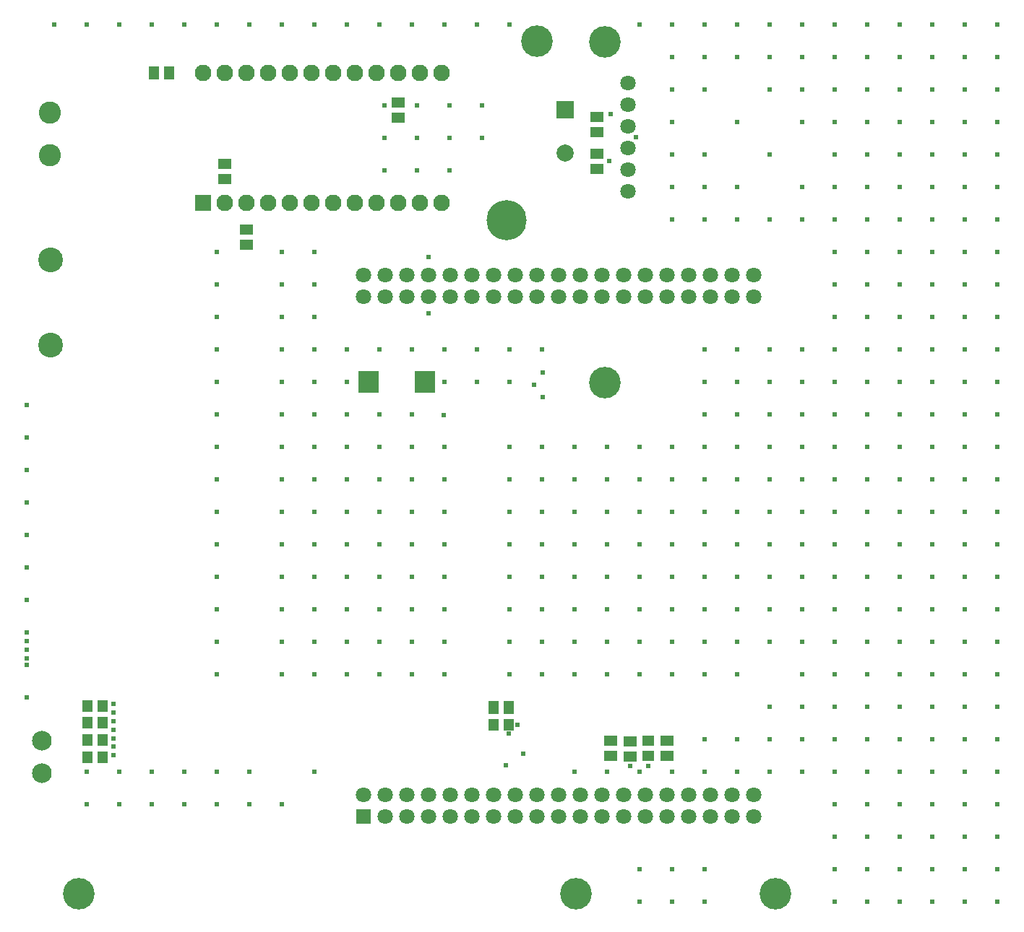
<source format=gbs>
G04*
G04 #@! TF.GenerationSoftware,Altium Limited,Altium Designer,21.0.9 (235)*
G04*
G04 Layer_Color=16711935*
%FSLAX25Y25*%
%MOIN*%
G70*
G04*
G04 #@! TF.SameCoordinates,A9EE82D5-5453-4621-884F-38B111DD7A68*
G04*
G04*
G04 #@! TF.FilePolarity,Negative*
G04*
G01*
G75*
%ADD22R,0.04816X0.05800*%
%ADD23R,0.04501X0.06115*%
%ADD25C,0.14580*%
%ADD26C,0.18517*%
%ADD27C,0.07099*%
%ADD28C,0.11430*%
%ADD29C,0.09068*%
%ADD30R,0.07099X0.07099*%
%ADD31C,0.10249*%
%ADD32R,0.07887X0.07887*%
%ADD33C,0.07887*%
%ADD34R,0.07690X0.07690*%
%ADD35C,0.07690*%
%ADD36C,0.02400*%
%ADD56R,0.06115X0.04501*%
%ADD57R,0.05800X0.04816*%
%ADD58R,0.09304X0.10288*%
D22*
X406338Y368122D02*
D03*
X413346D02*
D03*
X413442Y344321D02*
D03*
X406435D02*
D03*
X406338Y360230D02*
D03*
X413346D02*
D03*
X413442Y352323D02*
D03*
X406434D02*
D03*
X600635Y359473D02*
D03*
X593627D02*
D03*
D23*
X436876Y660380D02*
D03*
X443884D02*
D03*
X593627Y367399D02*
D03*
X600635D02*
D03*
D25*
X644884Y517410D02*
D03*
X613607Y674890D02*
D03*
X644873Y674724D02*
D03*
X402370Y281189D02*
D03*
X631494D02*
D03*
X723625D02*
D03*
D26*
X599609Y592213D02*
D03*
D27*
X655550Y605535D02*
D03*
Y655535D02*
D03*
Y635535D02*
D03*
Y615535D02*
D03*
Y645535D02*
D03*
Y625535D02*
D03*
X593625Y317059D02*
D03*
X603625D02*
D03*
X573625Y327059D02*
D03*
X583625Y317059D02*
D03*
Y327059D02*
D03*
X613625Y317059D02*
D03*
X533625Y327059D02*
D03*
X633625Y317059D02*
D03*
X643625D02*
D03*
Y327059D02*
D03*
X653625Y317059D02*
D03*
Y327059D02*
D03*
X663625Y317059D02*
D03*
Y327059D02*
D03*
X673625Y317059D02*
D03*
X543625D02*
D03*
X683625D02*
D03*
Y327059D02*
D03*
X693625Y317059D02*
D03*
Y327059D02*
D03*
X703625D02*
D03*
X713625Y317059D02*
D03*
X543625Y327059D02*
D03*
X553625Y317059D02*
D03*
Y327059D02*
D03*
X563625Y317059D02*
D03*
X573625D02*
D03*
X533625Y557059D02*
D03*
Y567059D02*
D03*
X543625Y557059D02*
D03*
Y567059D02*
D03*
X553625Y557059D02*
D03*
X563625D02*
D03*
Y567059D02*
D03*
X573625Y557059D02*
D03*
Y567059D02*
D03*
X583625Y557059D02*
D03*
X593625D02*
D03*
X603625D02*
D03*
X613625D02*
D03*
X623625D02*
D03*
Y567059D02*
D03*
X633625Y557059D02*
D03*
Y567059D02*
D03*
X643625Y557059D02*
D03*
Y567059D02*
D03*
X653625D02*
D03*
X663625Y557059D02*
D03*
Y567059D02*
D03*
X673625Y557059D02*
D03*
Y567059D02*
D03*
X683625Y557059D02*
D03*
Y567059D02*
D03*
X693625Y557059D02*
D03*
Y567059D02*
D03*
X703625Y557059D02*
D03*
Y567059D02*
D03*
X713625Y557059D02*
D03*
Y567059D02*
D03*
X593625D02*
D03*
X603625D02*
D03*
X583625D02*
D03*
X613625D02*
D03*
X653625Y557059D02*
D03*
X613625Y327059D02*
D03*
X713625D02*
D03*
X603625D02*
D03*
X593625D02*
D03*
X703625Y317059D02*
D03*
X673625Y327059D02*
D03*
X553625Y567059D02*
D03*
X633625Y327059D02*
D03*
X623625D02*
D03*
Y317059D02*
D03*
X563625Y327059D02*
D03*
D28*
X389176Y534529D02*
D03*
Y573899D02*
D03*
D29*
X385369Y352084D02*
D03*
Y337084D02*
D03*
D30*
X533625Y317059D02*
D03*
D31*
X388844Y641832D02*
D03*
Y622147D02*
D03*
D32*
X626510Y643162D02*
D03*
D33*
Y623477D02*
D03*
D34*
X459478Y600380D02*
D03*
D35*
X499478Y660380D02*
D03*
X509478Y600380D02*
D03*
Y660380D02*
D03*
X519478Y600380D02*
D03*
Y660380D02*
D03*
X529478Y600380D02*
D03*
Y660380D02*
D03*
X539478Y600380D02*
D03*
Y660380D02*
D03*
X549478Y600380D02*
D03*
X559478D02*
D03*
Y660380D02*
D03*
X569478Y600380D02*
D03*
Y660380D02*
D03*
X469478D02*
D03*
X489478Y600380D02*
D03*
X499478D02*
D03*
X459478Y660380D02*
D03*
X489478D02*
D03*
X549478D02*
D03*
X479478Y600380D02*
D03*
Y660380D02*
D03*
X469478Y600380D02*
D03*
D36*
X378424Y398013D02*
D03*
Y394076D02*
D03*
X604805Y359473D02*
D03*
X600635Y355168D02*
D03*
X616234Y510715D02*
D03*
X616430Y521918D02*
D03*
X612198Y516415D02*
D03*
X615970Y532705D02*
D03*
X600970D02*
D03*
Y517705D02*
D03*
X585970Y532705D02*
D03*
Y517705D02*
D03*
X563724Y549267D02*
D03*
X555970Y532705D02*
D03*
X659209Y630543D02*
D03*
X647541Y641311D02*
D03*
X646906Y619540D02*
D03*
X720970Y592705D02*
D03*
X705970D02*
D03*
Y607705D02*
D03*
X675970Y592705D02*
D03*
X690970D02*
D03*
X675970Y607705D02*
D03*
X690970D02*
D03*
X563724Y575165D02*
D03*
X720970Y532705D02*
D03*
X705970D02*
D03*
X690970D02*
D03*
X570970D02*
D03*
X720970Y517705D02*
D03*
X705970D02*
D03*
X690970D02*
D03*
X570970D02*
D03*
X720970Y502705D02*
D03*
X705970D02*
D03*
X690970D02*
D03*
X825970Y682705D02*
D03*
X810970D02*
D03*
X795970D02*
D03*
X780970D02*
D03*
X765970D02*
D03*
X735970D02*
D03*
X750970D02*
D03*
X720970D02*
D03*
X705970D02*
D03*
X690970D02*
D03*
X675970D02*
D03*
X660970D02*
D03*
X600970D02*
D03*
X570970D02*
D03*
X585970D02*
D03*
X555970D02*
D03*
X540970D02*
D03*
X510970D02*
D03*
X525970D02*
D03*
X495970D02*
D03*
X480970D02*
D03*
X450970D02*
D03*
X465970D02*
D03*
X435970D02*
D03*
X420970D02*
D03*
X390970D02*
D03*
X405970D02*
D03*
X825970Y652705D02*
D03*
Y667705D02*
D03*
X795970Y652705D02*
D03*
X810970D02*
D03*
X795970Y667705D02*
D03*
X810970D02*
D03*
X780970Y652705D02*
D03*
Y667705D02*
D03*
X765970Y652705D02*
D03*
Y667705D02*
D03*
X735970Y652705D02*
D03*
X750970D02*
D03*
X735970Y667705D02*
D03*
X750970D02*
D03*
X720970Y652705D02*
D03*
Y667705D02*
D03*
X705970D02*
D03*
X675970Y652705D02*
D03*
X690970D02*
D03*
X675970Y667705D02*
D03*
X690970D02*
D03*
X825970Y637705D02*
D03*
X795970D02*
D03*
X810970D02*
D03*
X780970D02*
D03*
X765970D02*
D03*
X735970D02*
D03*
X750970D02*
D03*
X705970D02*
D03*
X675970D02*
D03*
X573286Y645150D02*
D03*
X588286D02*
D03*
X558286D02*
D03*
X543286D02*
D03*
X825970Y622705D02*
D03*
X795970D02*
D03*
X810970D02*
D03*
X780970D02*
D03*
X765970D02*
D03*
X750970D02*
D03*
X720970D02*
D03*
X675970D02*
D03*
X690970D02*
D03*
X573286Y630150D02*
D03*
X588286D02*
D03*
X573286Y615150D02*
D03*
X558286Y630150D02*
D03*
Y615150D02*
D03*
X543286Y630150D02*
D03*
Y615150D02*
D03*
X825970Y592705D02*
D03*
Y607705D02*
D03*
X795970Y592705D02*
D03*
X810970D02*
D03*
X795970Y607705D02*
D03*
X810970D02*
D03*
X780970Y592705D02*
D03*
Y607705D02*
D03*
X765970Y592705D02*
D03*
Y607705D02*
D03*
X735970Y592705D02*
D03*
X750970D02*
D03*
X735970Y607705D02*
D03*
X750970D02*
D03*
X825970Y577705D02*
D03*
X810970D02*
D03*
X795970D02*
D03*
X780970D02*
D03*
X765970D02*
D03*
X750970D02*
D03*
X510970D02*
D03*
X495970D02*
D03*
X465970D02*
D03*
X825970Y562705D02*
D03*
X810970D02*
D03*
X795970D02*
D03*
X780970D02*
D03*
X765970D02*
D03*
X750970D02*
D03*
X510970D02*
D03*
X495970D02*
D03*
X465970D02*
D03*
X825970Y532705D02*
D03*
Y547705D02*
D03*
X810970Y532705D02*
D03*
X795970D02*
D03*
X810970Y547705D02*
D03*
X795970D02*
D03*
X780970Y532705D02*
D03*
Y547705D02*
D03*
X765970Y532705D02*
D03*
Y547705D02*
D03*
X735970Y532705D02*
D03*
X750970D02*
D03*
Y547705D02*
D03*
X540970Y532705D02*
D03*
X510970D02*
D03*
X525970D02*
D03*
X510970Y547705D02*
D03*
X495970Y532705D02*
D03*
Y547705D02*
D03*
X465970Y532705D02*
D03*
Y547705D02*
D03*
X825970Y517705D02*
D03*
X810970D02*
D03*
X795970D02*
D03*
X780970D02*
D03*
X765970D02*
D03*
X735970D02*
D03*
X750970D02*
D03*
X510970D02*
D03*
X525970D02*
D03*
X495970D02*
D03*
X465970D02*
D03*
X825970Y502705D02*
D03*
X810970D02*
D03*
X795970D02*
D03*
X780970D02*
D03*
X765970D02*
D03*
X735970D02*
D03*
X750970D02*
D03*
X570500Y502200D02*
D03*
X555970Y502705D02*
D03*
X540970D02*
D03*
X510970D02*
D03*
X525970D02*
D03*
X495970D02*
D03*
X465970D02*
D03*
X378424Y506950D02*
D03*
Y491950D02*
D03*
X825970Y472705D02*
D03*
Y487705D02*
D03*
X810970Y472705D02*
D03*
X795970D02*
D03*
X810970Y487705D02*
D03*
X795970D02*
D03*
X780970Y472705D02*
D03*
Y487705D02*
D03*
X765970Y472705D02*
D03*
Y487705D02*
D03*
X735970Y472705D02*
D03*
X750970D02*
D03*
X735970Y487705D02*
D03*
X750970D02*
D03*
X570970Y472705D02*
D03*
Y487705D02*
D03*
X555970Y472705D02*
D03*
Y487705D02*
D03*
X540970Y472705D02*
D03*
Y487705D02*
D03*
X510970Y472705D02*
D03*
X525970D02*
D03*
X510970Y487705D02*
D03*
X525970D02*
D03*
X495970Y472705D02*
D03*
Y487705D02*
D03*
X465970Y472705D02*
D03*
Y487705D02*
D03*
X378424Y476950D02*
D03*
X825970Y457705D02*
D03*
X810970D02*
D03*
X795970D02*
D03*
X780970D02*
D03*
X765970D02*
D03*
X735970D02*
D03*
X750970D02*
D03*
X570970D02*
D03*
X555970D02*
D03*
X540970D02*
D03*
X510970D02*
D03*
X525970D02*
D03*
X495970D02*
D03*
X465970D02*
D03*
X378424Y461950D02*
D03*
X825970Y442705D02*
D03*
X810970D02*
D03*
X795970D02*
D03*
X780970D02*
D03*
X765970D02*
D03*
X735970D02*
D03*
X750970D02*
D03*
X570970D02*
D03*
X555970D02*
D03*
X540970D02*
D03*
X510970D02*
D03*
X525970D02*
D03*
X495970D02*
D03*
X465970D02*
D03*
X378424Y431950D02*
D03*
Y446950D02*
D03*
X825970Y412705D02*
D03*
Y427705D02*
D03*
X810970Y412705D02*
D03*
X795970D02*
D03*
X810970Y427705D02*
D03*
X795970D02*
D03*
X780970Y412705D02*
D03*
Y427705D02*
D03*
X765970Y412705D02*
D03*
Y427705D02*
D03*
X735970Y412705D02*
D03*
X750970D02*
D03*
X735970Y427705D02*
D03*
X750970D02*
D03*
X570970Y412705D02*
D03*
Y427705D02*
D03*
X555970Y412705D02*
D03*
Y427705D02*
D03*
X540970Y412705D02*
D03*
Y427705D02*
D03*
X510970Y412705D02*
D03*
X525970D02*
D03*
X510970Y427705D02*
D03*
X525970D02*
D03*
X495970Y412705D02*
D03*
Y427705D02*
D03*
X465970Y412705D02*
D03*
Y427705D02*
D03*
X378424Y416950D02*
D03*
X825970Y397705D02*
D03*
X810970D02*
D03*
X795970D02*
D03*
X780970D02*
D03*
X765970D02*
D03*
X735970D02*
D03*
X750970D02*
D03*
X570970D02*
D03*
X555970D02*
D03*
X540970D02*
D03*
X510970D02*
D03*
X525970D02*
D03*
X495970D02*
D03*
X465970D02*
D03*
X378424Y390139D02*
D03*
Y401950D02*
D03*
X825970Y367705D02*
D03*
Y382705D02*
D03*
X810970Y367705D02*
D03*
X795970D02*
D03*
X810970Y382705D02*
D03*
X795970D02*
D03*
X780970Y367705D02*
D03*
Y382705D02*
D03*
X765970Y367705D02*
D03*
Y382705D02*
D03*
X735970D02*
D03*
Y367705D02*
D03*
X750970D02*
D03*
Y382705D02*
D03*
X720970Y367705D02*
D03*
X570970Y382705D02*
D03*
X555970D02*
D03*
X540970D02*
D03*
X510970D02*
D03*
X525970D02*
D03*
X495970D02*
D03*
X465970D02*
D03*
X378424Y371950D02*
D03*
X825970Y352705D02*
D03*
X810970D02*
D03*
X795970D02*
D03*
X780970D02*
D03*
X765970D02*
D03*
X735970D02*
D03*
X750970D02*
D03*
X720970D02*
D03*
X705970D02*
D03*
X690970D02*
D03*
X418452Y357024D02*
D03*
Y349150D02*
D03*
Y364898D02*
D03*
X825970Y337705D02*
D03*
X810970D02*
D03*
X795970D02*
D03*
X780970D02*
D03*
X765970D02*
D03*
X735970D02*
D03*
X750970D02*
D03*
X720970D02*
D03*
X705970D02*
D03*
X675970D02*
D03*
X690970D02*
D03*
X660970D02*
D03*
X645970D02*
D03*
X630970D02*
D03*
X599400Y340500D02*
D03*
X510970Y337705D02*
D03*
X480970D02*
D03*
X450970D02*
D03*
X465970D02*
D03*
X435970D02*
D03*
X420970D02*
D03*
X378424Y386950D02*
D03*
X664855Y340345D02*
D03*
X656489D02*
D03*
X418452Y345213D02*
D03*
Y353087D02*
D03*
Y360961D02*
D03*
Y368835D02*
D03*
X405970Y337705D02*
D03*
X825970Y307705D02*
D03*
Y322705D02*
D03*
X810970Y307705D02*
D03*
X795970D02*
D03*
X810970Y322705D02*
D03*
X795970D02*
D03*
X780970Y307705D02*
D03*
Y322705D02*
D03*
X765970Y307705D02*
D03*
Y322705D02*
D03*
X750970Y307705D02*
D03*
Y322705D02*
D03*
X495970D02*
D03*
X480970D02*
D03*
X450970D02*
D03*
X465970D02*
D03*
X435970D02*
D03*
X420970D02*
D03*
X405970D02*
D03*
X825970Y292705D02*
D03*
X810970D02*
D03*
X795970D02*
D03*
X780970D02*
D03*
X765970D02*
D03*
X750970D02*
D03*
X675970D02*
D03*
X690970D02*
D03*
X660970D02*
D03*
X825970Y277705D02*
D03*
X810970D02*
D03*
X795970D02*
D03*
X780970D02*
D03*
X765970D02*
D03*
X750970D02*
D03*
X675970D02*
D03*
X690970D02*
D03*
X660970D02*
D03*
X720970Y472705D02*
D03*
Y487705D02*
D03*
X705970Y472705D02*
D03*
Y487705D02*
D03*
X675970Y472705D02*
D03*
X690970D02*
D03*
X675970Y487705D02*
D03*
X690970D02*
D03*
X660970Y472705D02*
D03*
Y487705D02*
D03*
X645970Y472705D02*
D03*
Y487705D02*
D03*
X615970Y472705D02*
D03*
X630970D02*
D03*
X615970Y487705D02*
D03*
X630970D02*
D03*
X600970Y472705D02*
D03*
Y487705D02*
D03*
X720970Y457705D02*
D03*
X705970D02*
D03*
X675970D02*
D03*
X690970D02*
D03*
X660970D02*
D03*
X645970D02*
D03*
X615970D02*
D03*
X630970D02*
D03*
X600970D02*
D03*
X720970Y442705D02*
D03*
X705970D02*
D03*
X675970D02*
D03*
X690970D02*
D03*
X660970D02*
D03*
X645970D02*
D03*
X615970D02*
D03*
X630970D02*
D03*
X600970D02*
D03*
X720970Y412705D02*
D03*
Y427705D02*
D03*
X705970Y412705D02*
D03*
Y427705D02*
D03*
X675970Y412705D02*
D03*
X690970D02*
D03*
X675970Y427705D02*
D03*
X690970D02*
D03*
X660970Y412705D02*
D03*
Y427705D02*
D03*
X645970Y412705D02*
D03*
Y427705D02*
D03*
X615970Y412705D02*
D03*
X630970D02*
D03*
X615970Y427705D02*
D03*
X630970D02*
D03*
X600970Y412705D02*
D03*
Y427705D02*
D03*
X720970Y397705D02*
D03*
X705970D02*
D03*
X675970D02*
D03*
X690970D02*
D03*
X660970D02*
D03*
X645970D02*
D03*
X615970D02*
D03*
X630970D02*
D03*
X600970D02*
D03*
X705970Y382705D02*
D03*
X675970D02*
D03*
X690970D02*
D03*
X660970D02*
D03*
X645970D02*
D03*
X615970D02*
D03*
X630970D02*
D03*
X600970D02*
D03*
X607471Y346140D02*
D03*
D56*
X673800Y344896D02*
D03*
Y351904D02*
D03*
X641411Y616043D02*
D03*
Y623051D02*
D03*
X641241Y633051D02*
D03*
Y640058D02*
D03*
X549478Y646796D02*
D03*
Y639788D02*
D03*
X479489Y588030D02*
D03*
Y581023D02*
D03*
X469478Y618323D02*
D03*
Y611315D02*
D03*
X647500Y351904D02*
D03*
Y344896D02*
D03*
X656700Y344796D02*
D03*
Y351804D02*
D03*
D57*
X664855Y351823D02*
D03*
Y344815D02*
D03*
D58*
X535885Y517552D02*
D03*
X561909D02*
D03*
M02*

</source>
